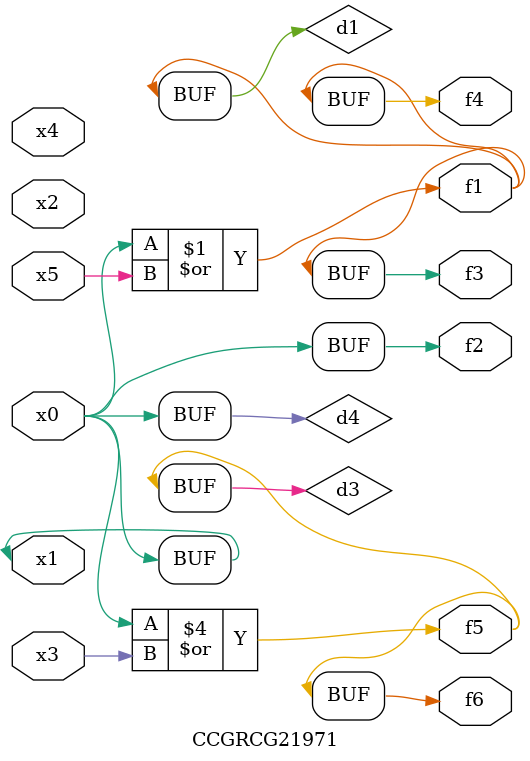
<source format=v>
module CCGRCG21971(
	input x0, x1, x2, x3, x4, x5,
	output f1, f2, f3, f4, f5, f6
);

	wire d1, d2, d3, d4;

	or (d1, x0, x5);
	xnor (d2, x1, x4);
	or (d3, x0, x3);
	buf (d4, x0, x1);
	assign f1 = d1;
	assign f2 = d4;
	assign f3 = d1;
	assign f4 = d1;
	assign f5 = d3;
	assign f6 = d3;
endmodule

</source>
